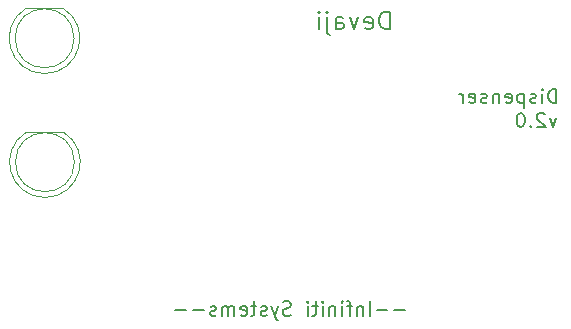
<source format=gbr>
G04 #@! TF.GenerationSoftware,KiCad,Pcbnew,(5.1.4)-1*
G04 #@! TF.CreationDate,2020-06-25T18:26:57+05:30*
G04 #@! TF.ProjectId,v1.0,76312e30-2e6b-4696-9361-645f70636258,rev?*
G04 #@! TF.SameCoordinates,Original*
G04 #@! TF.FileFunction,Legend,Bot*
G04 #@! TF.FilePolarity,Positive*
%FSLAX46Y46*%
G04 Gerber Fmt 4.6, Leading zero omitted, Abs format (unit mm)*
G04 Created by KiCad (PCBNEW (5.1.4)-1) date 2020-06-25 18:26:57*
%MOMM*%
%LPD*%
G04 APERTURE LIST*
%ADD10C,0.150000*%
%ADD11C,0.200000*%
%ADD12C,0.120000*%
G04 APERTURE END LIST*
D10*
X132214285Y-136282857D02*
X131928571Y-137082857D01*
X131642857Y-136282857D01*
X131242857Y-135997142D02*
X131185714Y-135940000D01*
X131071428Y-135882857D01*
X130785714Y-135882857D01*
X130671428Y-135940000D01*
X130614285Y-135997142D01*
X130557142Y-136111428D01*
X130557142Y-136225714D01*
X130614285Y-136397142D01*
X131300000Y-137082857D01*
X130557142Y-137082857D01*
X130042857Y-136968571D02*
X129985714Y-137025714D01*
X130042857Y-137082857D01*
X130100000Y-137025714D01*
X130042857Y-136968571D01*
X130042857Y-137082857D01*
X129242857Y-135882857D02*
X129128571Y-135882857D01*
X129014285Y-135940000D01*
X128957142Y-135997142D01*
X128900000Y-136111428D01*
X128842857Y-136340000D01*
X128842857Y-136625714D01*
X128900000Y-136854285D01*
X128957142Y-136968571D01*
X129014285Y-137025714D01*
X129128571Y-137082857D01*
X129242857Y-137082857D01*
X129357142Y-137025714D01*
X129414285Y-136968571D01*
X129471428Y-136854285D01*
X129528571Y-136625714D01*
X129528571Y-136340000D01*
X129471428Y-136111428D01*
X129414285Y-135997142D01*
X129357142Y-135940000D01*
X129242857Y-135882857D01*
X132217142Y-135052857D02*
X132217142Y-133852857D01*
X131931428Y-133852857D01*
X131760000Y-133910000D01*
X131645714Y-134024285D01*
X131588571Y-134138571D01*
X131531428Y-134367142D01*
X131531428Y-134538571D01*
X131588571Y-134767142D01*
X131645714Y-134881428D01*
X131760000Y-134995714D01*
X131931428Y-135052857D01*
X132217142Y-135052857D01*
X131017142Y-135052857D02*
X131017142Y-134252857D01*
X131017142Y-133852857D02*
X131074285Y-133910000D01*
X131017142Y-133967142D01*
X130960000Y-133910000D01*
X131017142Y-133852857D01*
X131017142Y-133967142D01*
X130502857Y-134995714D02*
X130388571Y-135052857D01*
X130160000Y-135052857D01*
X130045714Y-134995714D01*
X129988571Y-134881428D01*
X129988571Y-134824285D01*
X130045714Y-134710000D01*
X130160000Y-134652857D01*
X130331428Y-134652857D01*
X130445714Y-134595714D01*
X130502857Y-134481428D01*
X130502857Y-134424285D01*
X130445714Y-134310000D01*
X130331428Y-134252857D01*
X130160000Y-134252857D01*
X130045714Y-134310000D01*
X129474285Y-134252857D02*
X129474285Y-135452857D01*
X129474285Y-134310000D02*
X129360000Y-134252857D01*
X129131428Y-134252857D01*
X129017142Y-134310000D01*
X128960000Y-134367142D01*
X128902857Y-134481428D01*
X128902857Y-134824285D01*
X128960000Y-134938571D01*
X129017142Y-134995714D01*
X129131428Y-135052857D01*
X129360000Y-135052857D01*
X129474285Y-134995714D01*
X127931428Y-134995714D02*
X128045714Y-135052857D01*
X128274285Y-135052857D01*
X128388571Y-134995714D01*
X128445714Y-134881428D01*
X128445714Y-134424285D01*
X128388571Y-134310000D01*
X128274285Y-134252857D01*
X128045714Y-134252857D01*
X127931428Y-134310000D01*
X127874285Y-134424285D01*
X127874285Y-134538571D01*
X128445714Y-134652857D01*
X127360000Y-134252857D02*
X127360000Y-135052857D01*
X127360000Y-134367142D02*
X127302857Y-134310000D01*
X127188571Y-134252857D01*
X127017142Y-134252857D01*
X126902857Y-134310000D01*
X126845714Y-134424285D01*
X126845714Y-135052857D01*
X126331428Y-134995714D02*
X126217142Y-135052857D01*
X125988571Y-135052857D01*
X125874285Y-134995714D01*
X125817142Y-134881428D01*
X125817142Y-134824285D01*
X125874285Y-134710000D01*
X125988571Y-134652857D01*
X126160000Y-134652857D01*
X126274285Y-134595714D01*
X126331428Y-134481428D01*
X126331428Y-134424285D01*
X126274285Y-134310000D01*
X126160000Y-134252857D01*
X125988571Y-134252857D01*
X125874285Y-134310000D01*
X124845714Y-134995714D02*
X124960000Y-135052857D01*
X125188571Y-135052857D01*
X125302857Y-134995714D01*
X125360000Y-134881428D01*
X125360000Y-134424285D01*
X125302857Y-134310000D01*
X125188571Y-134252857D01*
X124960000Y-134252857D01*
X124845714Y-134310000D01*
X124788571Y-134424285D01*
X124788571Y-134538571D01*
X125360000Y-134652857D01*
X124274285Y-135052857D02*
X124274285Y-134252857D01*
X124274285Y-134481428D02*
X124217142Y-134367142D01*
X124160000Y-134310000D01*
X124045714Y-134252857D01*
X123931428Y-134252857D01*
D11*
X118090000Y-128808571D02*
X118090000Y-127308571D01*
X117732857Y-127308571D01*
X117518571Y-127380000D01*
X117375714Y-127522857D01*
X117304285Y-127665714D01*
X117232857Y-127951428D01*
X117232857Y-128165714D01*
X117304285Y-128451428D01*
X117375714Y-128594285D01*
X117518571Y-128737142D01*
X117732857Y-128808571D01*
X118090000Y-128808571D01*
X116018571Y-128737142D02*
X116161428Y-128808571D01*
X116447142Y-128808571D01*
X116590000Y-128737142D01*
X116661428Y-128594285D01*
X116661428Y-128022857D01*
X116590000Y-127880000D01*
X116447142Y-127808571D01*
X116161428Y-127808571D01*
X116018571Y-127880000D01*
X115947142Y-128022857D01*
X115947142Y-128165714D01*
X116661428Y-128308571D01*
X115447142Y-127808571D02*
X115090000Y-128808571D01*
X114732857Y-127808571D01*
X113518571Y-128808571D02*
X113518571Y-128022857D01*
X113590000Y-127880000D01*
X113732857Y-127808571D01*
X114018571Y-127808571D01*
X114161428Y-127880000D01*
X113518571Y-128737142D02*
X113661428Y-128808571D01*
X114018571Y-128808571D01*
X114161428Y-128737142D01*
X114232857Y-128594285D01*
X114232857Y-128451428D01*
X114161428Y-128308571D01*
X114018571Y-128237142D01*
X113661428Y-128237142D01*
X113518571Y-128165714D01*
X112804285Y-127808571D02*
X112804285Y-129094285D01*
X112875714Y-129237142D01*
X113018571Y-129308571D01*
X113090000Y-129308571D01*
X112804285Y-127308571D02*
X112875714Y-127380000D01*
X112804285Y-127451428D01*
X112732857Y-127380000D01*
X112804285Y-127308571D01*
X112804285Y-127451428D01*
X112090000Y-128808571D02*
X112090000Y-127808571D01*
X112090000Y-127308571D02*
X112161428Y-127380000D01*
X112090000Y-127451428D01*
X112018571Y-127380000D01*
X112090000Y-127308571D01*
X112090000Y-127451428D01*
D10*
X119394285Y-152585714D02*
X118480000Y-152585714D01*
X117908571Y-152585714D02*
X116994285Y-152585714D01*
X116422857Y-153042857D02*
X116422857Y-151842857D01*
X115851428Y-152242857D02*
X115851428Y-153042857D01*
X115851428Y-152357142D02*
X115794285Y-152300000D01*
X115680000Y-152242857D01*
X115508571Y-152242857D01*
X115394285Y-152300000D01*
X115337142Y-152414285D01*
X115337142Y-153042857D01*
X114937142Y-152242857D02*
X114480000Y-152242857D01*
X114765714Y-153042857D02*
X114765714Y-152014285D01*
X114708571Y-151900000D01*
X114594285Y-151842857D01*
X114480000Y-151842857D01*
X114080000Y-153042857D02*
X114080000Y-152242857D01*
X114080000Y-151842857D02*
X114137142Y-151900000D01*
X114080000Y-151957142D01*
X114022857Y-151900000D01*
X114080000Y-151842857D01*
X114080000Y-151957142D01*
X113508571Y-152242857D02*
X113508571Y-153042857D01*
X113508571Y-152357142D02*
X113451428Y-152300000D01*
X113337142Y-152242857D01*
X113165714Y-152242857D01*
X113051428Y-152300000D01*
X112994285Y-152414285D01*
X112994285Y-153042857D01*
X112422857Y-153042857D02*
X112422857Y-152242857D01*
X112422857Y-151842857D02*
X112480000Y-151900000D01*
X112422857Y-151957142D01*
X112365714Y-151900000D01*
X112422857Y-151842857D01*
X112422857Y-151957142D01*
X112022857Y-152242857D02*
X111565714Y-152242857D01*
X111851428Y-151842857D02*
X111851428Y-152871428D01*
X111794285Y-152985714D01*
X111680000Y-153042857D01*
X111565714Y-153042857D01*
X111165714Y-153042857D02*
X111165714Y-152242857D01*
X111165714Y-151842857D02*
X111222857Y-151900000D01*
X111165714Y-151957142D01*
X111108571Y-151900000D01*
X111165714Y-151842857D01*
X111165714Y-151957142D01*
X109737142Y-152985714D02*
X109565714Y-153042857D01*
X109280000Y-153042857D01*
X109165714Y-152985714D01*
X109108571Y-152928571D01*
X109051428Y-152814285D01*
X109051428Y-152700000D01*
X109108571Y-152585714D01*
X109165714Y-152528571D01*
X109280000Y-152471428D01*
X109508571Y-152414285D01*
X109622857Y-152357142D01*
X109680000Y-152300000D01*
X109737142Y-152185714D01*
X109737142Y-152071428D01*
X109680000Y-151957142D01*
X109622857Y-151900000D01*
X109508571Y-151842857D01*
X109222857Y-151842857D01*
X109051428Y-151900000D01*
X108651428Y-152242857D02*
X108365714Y-153042857D01*
X108080000Y-152242857D02*
X108365714Y-153042857D01*
X108480000Y-153328571D01*
X108537142Y-153385714D01*
X108651428Y-153442857D01*
X107680000Y-152985714D02*
X107565714Y-153042857D01*
X107337142Y-153042857D01*
X107222857Y-152985714D01*
X107165714Y-152871428D01*
X107165714Y-152814285D01*
X107222857Y-152700000D01*
X107337142Y-152642857D01*
X107508571Y-152642857D01*
X107622857Y-152585714D01*
X107680000Y-152471428D01*
X107680000Y-152414285D01*
X107622857Y-152300000D01*
X107508571Y-152242857D01*
X107337142Y-152242857D01*
X107222857Y-152300000D01*
X106822857Y-152242857D02*
X106365714Y-152242857D01*
X106651428Y-151842857D02*
X106651428Y-152871428D01*
X106594285Y-152985714D01*
X106480000Y-153042857D01*
X106365714Y-153042857D01*
X105508571Y-152985714D02*
X105622857Y-153042857D01*
X105851428Y-153042857D01*
X105965714Y-152985714D01*
X106022857Y-152871428D01*
X106022857Y-152414285D01*
X105965714Y-152300000D01*
X105851428Y-152242857D01*
X105622857Y-152242857D01*
X105508571Y-152300000D01*
X105451428Y-152414285D01*
X105451428Y-152528571D01*
X106022857Y-152642857D01*
X104937142Y-153042857D02*
X104937142Y-152242857D01*
X104937142Y-152357142D02*
X104880000Y-152300000D01*
X104765714Y-152242857D01*
X104594285Y-152242857D01*
X104480000Y-152300000D01*
X104422857Y-152414285D01*
X104422857Y-153042857D01*
X104422857Y-152414285D02*
X104365714Y-152300000D01*
X104251428Y-152242857D01*
X104080000Y-152242857D01*
X103965714Y-152300000D01*
X103908571Y-152414285D01*
X103908571Y-153042857D01*
X103394285Y-152985714D02*
X103280000Y-153042857D01*
X103051428Y-153042857D01*
X102937142Y-152985714D01*
X102880000Y-152871428D01*
X102880000Y-152814285D01*
X102937142Y-152700000D01*
X103051428Y-152642857D01*
X103222857Y-152642857D01*
X103337142Y-152585714D01*
X103394285Y-152471428D01*
X103394285Y-152414285D01*
X103337142Y-152300000D01*
X103222857Y-152242857D01*
X103051428Y-152242857D01*
X102937142Y-152300000D01*
X102365714Y-152585714D02*
X101451428Y-152585714D01*
X100880000Y-152585714D02*
X99965714Y-152585714D01*
D12*
X87335000Y-127010000D02*
X90425000Y-127010000D01*
X91380000Y-129570000D02*
G75*
G03X91380000Y-129570000I-2500000J0D01*
G01*
X88879538Y-132560000D02*
G75*
G03X90424830Y-127010000I462J2990000D01*
G01*
X88880462Y-132560000D02*
G75*
G02X87335170Y-127010000I-462J2990000D01*
G01*
X87365000Y-137500000D02*
X90455000Y-137500000D01*
X91410000Y-140060000D02*
G75*
G03X91410000Y-140060000I-2500000J0D01*
G01*
X88909538Y-143050000D02*
G75*
G03X90454830Y-137500000I462J2990000D01*
G01*
X88910462Y-143050000D02*
G75*
G02X87365170Y-137500000I-462J2990000D01*
G01*
M02*

</source>
